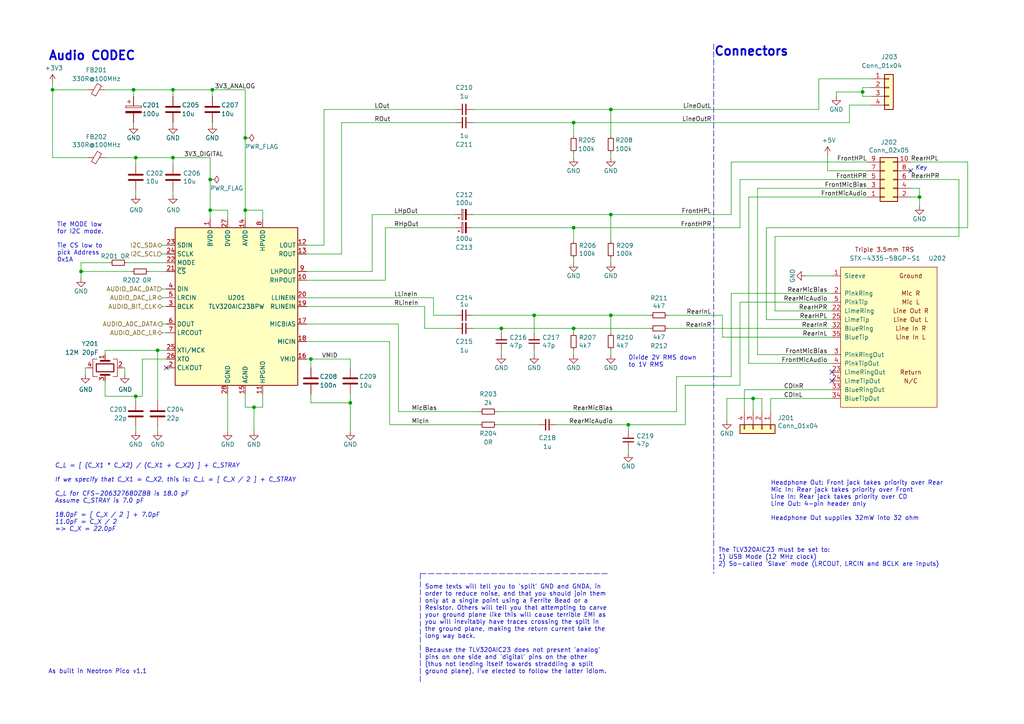
<source format=kicad_sch>
(kicad_sch (version 20211123) (generator eeschema)
  (paper "A4")
  (title_block (title "Neotron Common Hardware - Audio CODEC") (date "${date}") (rev "[Uncontrolled]") (company "https://neotron-compute.github.io/") (comment 1 "Licenced as CC BY-SA") (comment 2 "Copyright (c) The Neotron Developers, 2022"))
  (lib_symbols
    (symbol "Audio:TLV320AIC23BPW"
      (property "Reference" "U" (at 16.51 26.67 0))
      (property "Value" "TLV320AIC23BPW" (at 16.51 24.13 0))
      (symbol "TLV320AIC23BPW_1_1"
        (pin power_in line (at -7.62 25.4 270) (length 2.54) (name "BVDD") (number "1"))
        (pin passive line (at 20.32 7.62 180) (length 2.54) (name "RHPOUT") (number "10"))
        (pin power_in line (at 7.62 -25.4 90) (length 2.54) (name "HPGND") (number "11"))
        (pin passive line (at 20.32 17.78 180) (length 2.54) (name "LOUT") (number "12"))
        (pin passive line (at 20.32 15.24 180) (length 2.54) (name "ROUT") (number "13"))
        (pin power_in line (at 2.54 25.4 270) (length 2.54) (name "AVDD") (number "14"))
        (pin power_in line (at 2.54 -25.4 90) (length 2.54) (name "AGND") (number "15"))
        (pin passive line (at 20.32 -15.24 180) (length 2.54) (name "VMID") (number "16"))
        (pin passive line (at 20.32 -5.08 180) (length 2.54) (name "MICBIAS") (number "17"))
        (pin passive line (at 20.32 -10.16 180) (length 2.54) (name "MICIN") (number "18"))
        (pin passive line (at 20.32 0 180) (length 2.54) (name "RLINEIN") (number "19"))
        (pin output line (at -20.32 -17.78 0) (length 2.54) (name "CLKOUT") (number "2"))
        (pin passive line (at 20.32 2.54 180) (length 2.54) (name "LLINEIN") (number "20"))
        (pin input line (at -20.32 10.16 0) (length 2.54) (name "~{CS}") (number "21"))
        (pin input line (at -20.32 12.7 0) (length 2.54) (name "MODE") (number "22"))
        (pin input line (at -20.32 17.78 0) (length 2.54) (name "SDIN") (number "23"))
        (pin input line (at -20.32 15.24 0) (length 2.54) (name "SCLK") (number "24"))
        (pin passive line (at -20.32 -12.7 0) (length 2.54) (name "XTI/MCK") (number "25"))
        (pin passive line (at -20.32 -15.24 0) (length 2.54) (name "XTO") (number "26"))
        (pin power_in line (at -2.54 25.4 270) (length 2.54) (name "DVDD") (number "27"))
        (pin power_in line (at -2.54 -25.4 90) (length 2.54) (name "DGND") (number "28"))
        (pin bidirectional line (at -20.32 0 0) (length 2.54) (name "BCLK") (number "3"))
        (pin input line (at -20.32 5.08 0) (length 2.54) (name "DIN") (number "4"))
        (pin input line (at -20.32 2.54 0) (length 2.54) (name "LRCIN") (number "5"))
        (pin output line (at -20.32 -5.08 0) (length 2.54) (name "DOUT") (number "6"))
        (pin output line (at -20.32 -7.62 0) (length 2.54) (name "LRCOUT") (number "7"))
        (pin power_in line (at 7.62 25.4 270) (length 2.54) (name "HPVDD") (number "8"))
        (pin passive line (at 20.32 10.16 180) (length 2.54) (name "LHPOUT") (number "9"))
      )
    )
    (symbol "Connector_Generic:Conn_01x04" (pin_names (offset 1.016) hide)
      (property "Reference" "J" (at 0 5.08 0))
      (property "Value" "Conn_01x04" (at 0 -7.62 0))
      (symbol "Conn_01x04_1_1"
        (pin passive line (at -5.08 2.54 0) (length 3.81) (name "Pin_1") (number "1"))
        (pin passive line (at -5.08 0 0) (length 3.81) (name "Pin_2") (number "2"))
        (pin passive line (at -5.08 -2.54 0) (length 3.81) (name "Pin_3") (number "3"))
        (pin passive line (at -5.08 -5.08 0) (length 3.81) (name "Pin_4") (number "4"))
      )
    )
    (symbol "Connector_Generic:Conn_02x05_Odd_Even" (pin_names (offset 1.016) hide)
      (property "Reference" "J" (at 1.27 7.62 0))
      (property "Value" "Conn_02x05_Odd_Even" (at 1.27 -7.62 0))
      (symbol "Conn_02x05_Odd_Even_1_1"
        (pin passive line (at -5.08 5.08 0) (length 3.81) (name "Pin_1") (number "1"))
        (pin passive line (at 7.62 -5.08 180) (length 3.81) (name "Pin_10") (number "10"))
        (pin passive line (at 7.62 5.08 180) (length 3.81) (name "Pin_2") (number "2"))
        (pin passive line (at -5.08 2.54 0) (length 3.81) (name "Pin_3") (number "3"))
        (pin passive line (at 7.62 2.54 180) (length 3.81) (name "Pin_4") (number "4"))
        (pin passive line (at -5.08 0 0) (length 3.81) (name "Pin_5") (number "5"))
        (pin passive line (at 7.62 0 180) (length 3.81) (name "Pin_6") (number "6"))
        (pin passive line (at -5.08 -2.54 0) (length 3.81) (name "Pin_7") (number "7"))
        (pin passive line (at 7.62 -2.54 180) (length 3.81) (name "Pin_8") (number "8"))
        (pin passive line (at -5.08 -5.08 0) (length 3.81) (name "Pin_9") (number "9"))
      )
    )
    (symbol "Device:C" (pin_numbers hide) (pin_names (offset 0.254))
      (property "Reference" "C" (at 0.635 2.54 0))
      (property "Value" "C" (at 0.635 -2.54 0))
      (symbol "C_1_1"
        (pin passive line (at 0 3.81 270) (length 2.794) (name "~") (number "1"))
        (pin passive line (at 0 -3.81 90) (length 2.794) (name "~") (number "2"))
      )
    )
    (symbol "Device:C_Polarized" (pin_numbers hide) (pin_names (offset 0.254))
      (property "Reference" "C" (at 0.635 2.54 0))
      (property "Value" "C_Polarized" (at 0.635 -2.54 0))
      (symbol "C_Polarized_1_1"
        (pin passive line (at 0 3.81 270) (length 2.794) (name "~") (number "1"))
        (pin passive line (at 0 -3.81 90) (length 2.794) (name "~") (number "2"))
      )
    )
    (symbol "Device:C_Polarized_Small" (pin_numbers hide) (pin_names (offset 0.254) hide)
      (property "Reference" "C" (at 0.254 1.778 0))
      (property "Value" "C_Polarized_Small" (at 0.254 -2.032 0))
      (symbol "C_Polarized_Small_1_1"
        (pin passive line (at 0 2.54 270) (length 1.8542) (name "~") (number "1"))
        (pin passive line (at 0 -2.54 90) (length 1.8542) (name "~") (number "2"))
      )
    )
    (symbol "Device:C_Small" (pin_numbers hide) (pin_names (offset 0.254) hide)
      (property "Reference" "C" (at 0.254 1.778 0))
      (property "Value" "C_Small" (at 0.254 -2.032 0))
      (symbol "C_Small_1_1"
        (pin passive line (at 0 2.54 270) (length 2.032) (name "~") (number "1"))
        (pin passive line (at 0 -2.54 90) (length 2.032) (name "~") (number "2"))
      )
    )
    (symbol "Device:Crystal_GND24" (pin_names (offset 1.016) hide)
      (property "Reference" "Y" (at 3.175 5.08 0))
      (property "Value" "Crystal_GND24" (at 3.175 3.175 0))
      (symbol "Crystal_GND24_1_1"
        (pin passive line (at -3.81 0 0) (length 1.27) (name "1") (number "1"))
        (pin passive line (at 0 5.08 270) (length 1.27) (name "2") (number "2"))
        (pin passive line (at 3.81 0 180) (length 1.27) (name "3") (number "3"))
        (pin passive line (at 0 -5.08 90) (length 1.27) (name "4") (number "4"))
      )
    )
    (symbol "Device:FerriteBead_Small" (pin_numbers hide) (pin_names (offset 0))
      (property "Reference" "FB" (at 1.905 1.27 0))
      (property "Value" "FerriteBead_Small" (at 1.905 -1.27 0))
      (symbol "FerriteBead_Small_1_1"
        (pin passive line (at 0 2.54 270) (length 1.27) (name "~") (number "1"))
        (pin passive line (at 0 -2.54 90) (length 1.27) (name "~") (number "2"))
      )
    )
    (symbol "Device:R_Small" (pin_numbers hide) (pin_names (offset 0.254) hide)
      (property "Reference" "R" (at 0.762 0.508 0))
      (property "Value" "R_Small" (at 0.762 -1.016 0))
      (symbol "R_Small_1_1"
        (pin passive line (at 0 2.54 270) (length 0.762) (name "~") (number "1"))
        (pin passive line (at 0 -2.54 90) (length 0.762) (name "~") (number "2"))
      )
    )
    (symbol "Neotron-Common-Hardware:STX-4335-5BGP-S1" (pin_names (offset 1.016))
      (property "Reference" "U" (at 0 17.78 0))
      (property "Value" "STX-4335-5BGP-S1" (at 0 -27.94 0))
      (symbol "STX-4335-5BGP-S1_0_0"
        (text "Ground" (at 7.62 -22.86 0) (effects (font (size 1.27 1.27))))
        (text "Line In L" (at 7.62 -5.08 0) (effects (font (size 1.27 1.27))))
        (text "Line In R" (at 7.62 -7.62 0) (effects (font (size 1.27 1.27))))
        (text "Line Out L" (at 7.62 -10.16 0) (effects (font (size 1.27 1.27))))
        (text "Line Out R" (at 7.62 -12.7 0) (effects (font (size 1.27 1.27))))
        (text "Mic L" (at 7.62 -15.24 0) (effects (font (size 1.27 1.27))))
        (text "Mic R" (at 7.62 -17.78 0) (effects (font (size 1.27 1.27))))
        (text "N/C" (at 7.62 7.62 0) (effects (font (size 1.27 1.27))))
        (text "Return" (at 7.62 5.08 0) (effects (font (size 1.27 1.27))))
        (text "Triple 3.5mm TRS" (at 0 -30.48 0) (effects (font (size 1.27 1.27))))
        (pin input line (at -15.24 -22.86 0) (length 2.54) (name "Sleeve") (number "1"))
        (pin input line (at -15.24 -17.78 0) (length 2.54) (name "PinkRing") (number "2"))
        (pin input line (at -15.24 -12.7 0) (length 2.54) (name "LimeRing") (number "22"))
        (pin output line (at -15.24 5.08 0) (length 2.54) (name "LimeRingOut") (number "23"))
        (pin output line (at -15.24 7.62 0) (length 2.54) (name "LimeTipOut") (number "24"))
        (pin input line (at -15.24 -10.16 0) (length 2.54) (name "LimeTip") (number "25"))
        (pin output line (at -15.24 0 0) (length 2.54) (name "PinkRingOut") (number "3"))
        (pin input line (at -15.24 -7.62 0) (length 2.54) (name "BlueRing") (number "32"))
        (pin output line (at -15.24 10.16 0) (length 2.54) (name "BlueRingOut") (number "33"))
        (pin output line (at -15.24 12.7 0) (length 2.54) (name "BlueTipOut") (number "34"))
        (pin input line (at -15.24 -5.08 0) (length 2.54) (name "BlueTip") (number "35"))
        (pin output line (at -15.24 2.54 0) (length 2.54) (name "PinkTipOut") (number "4"))
        (pin input line (at -15.24 -15.24 0) (length 2.54) (name "PinkTip") (number "5"))
      )
    )
    (symbol "power:+3V3" (power) (pin_names (offset 0))
      (property "Value" "+3V3" (at 0 3.556 0))
      (symbol "+3V3_1_1"
        (pin power_in line (at 0 0 90) (length 0) hide (name "+3V3") (number "1"))
      )
    )
    (symbol "power:+5V" (power) (pin_names (offset 0))
      (property "Value" "+5V" (at 0 3.556 0))
      (symbol "+5V_1_1"
        (pin power_in line (at 0 0 90) (length 0) hide (name "+5V") (number "1"))
      )
    )
    (symbol "power:GND" (power) (pin_names (offset 0))
      (property "Value" "GND" (at 0 -3.81 0))
      (symbol "GND_1_1"
        (pin power_in line (at 0 0 270) (length 0) hide (name "GND") (number "1"))
      )
    )
    (symbol "power:PWR_FLAG" (power) (pin_numbers hide) (pin_names (offset 0) hide)
      (property "Value" "PWR_FLAG" (at 0 3.81 0))
      (symbol "PWR_FLAG_0_0"
        (pin power_out line (at 0 0 90) (length 0) (name "pwr") (number "1"))
      )
    )
  )
  (junction (at 177.165 31.75))
  (junction (at 266.7 57.15))
  (junction (at 60.96 60.96))
  (junction (at 177.165 91.44))
  (junction (at 218.44 115.57))
  (junction (at 182.245 123.19))
  (junction (at 166.37 66.04))
  (junction (at 250.19 26.67))
  (junction (at 154.94 91.44))
  (junction (at 39.37 114.935))
  (junction (at 50.165 45.72))
  (junction (at 90.17 104.14))
  (junction (at 15.24 26.035))
  (junction (at 177.165 62.23))
  (junction (at 45.72 101.6))
  (junction (at 60.96 52.07))
  (junction (at 71.12 60.96))
  (junction (at 73.66 118.11))
  (junction (at 50.165 26.035))
  (junction (at 39.37 45.72))
  (junction (at 38.735 26.035))
  (junction (at 71.12 40.005))
  (junction (at 166.37 95.25))
  (junction (at 23.495 78.74))
  (junction (at 166.37 35.56))
  (junction (at 61.595 26.035))
  (junction (at 101.6 116.84))
  (junction (at 145.415 95.25))
  (no_connect (at 264.16 49.53))
  (no_connect (at 241.3 107.95))
  (no_connect (at 241.3 110.49))
  (no_connect (at 48.26 106.68))
  (wire (pts (xy 240.03 49.53) (xy 240.03 45.085)))
  (wire (pts (xy 71.12 40.005) (xy 71.12 60.96)))
  (wire (pts (xy 220.98 115.57) (xy 220.98 119.38)))
  (wire (pts (xy 144.145 123.19) (xy 156.21 123.19)))
  (wire (pts (xy 222.25 66.04) (xy 222.25 92.71)))
  (wire (pts (xy 61.595 26.035) (xy 71.12 26.035)))
  (wire (pts (xy 217.17 57.15) (xy 251.46 57.15)))
  (wire (pts (xy 219.71 102.87) (xy 241.3 102.87)))
  (wire (pts (xy 48.26 86.36) (xy 46.99 86.36)))
  (wire (pts (xy 145.415 95.25) (xy 166.37 95.25)))
  (wire (pts (xy 222.25 66.04) (xy 280.67 66.04)))
  (wire (pts (xy 76.2 118.11) (xy 76.2 114.3)))
  (wire (pts (xy 60.96 60.96) (xy 66.04 60.96)))
  (wire (pts (xy 217.17 105.41) (xy 241.3 105.41)))
  (wire (pts (xy 66.04 114.3) (xy 66.04 125.095)))
  (wire (pts (xy 38.735 36.195) (xy 38.735 35.56)))
  (wire (pts (xy 60.96 63.5) (xy 60.96 60.96)))
  (wire (pts (xy 250.19 27.94) (xy 250.19 26.67)))
  (wire (pts (xy 39.37 56.515) (xy 39.37 55.245)))
  (wire (pts (xy 177.165 62.23) (xy 177.165 69.85)))
  (wire (pts (xy 111.76 66.04) (xy 132.08 66.04)))
  (wire (pts (xy 214.63 111.76) (xy 198.755 111.76)))
  (wire (pts (xy 39.37 123.825) (xy 39.37 125.095)))
  (wire (pts (xy 219.71 54.61) (xy 251.46 54.61)))
  (wire (pts (xy 212.09 85.09) (xy 212.09 109.22)))
  (wire (pts (xy 123.19 95.25) (xy 132.08 95.25)))
  (wire (pts (xy 30.48 110.49) (xy 30.48 114.935)))
  (wire (pts (xy 139.065 119.38) (xy 115.57 119.38)))
  (wire (pts (xy 15.24 26.035) (xy 25.4 26.035)))
  (wire (pts (xy 38.735 26.035) (xy 50.165 26.035)))
  (wire (pts (xy 210.82 115.57) (xy 210.82 121.92)))
  (wire (pts (xy 166.37 35.56) (xy 246.38 35.56)))
  (wire (pts (xy 233.68 80.01) (xy 241.3 80.01)))
  (wire (pts (xy 214.63 87.63) (xy 241.3 87.63)))
  (wire (pts (xy 224.79 90.17) (xy 224.79 68.58)))
  (wire (pts (xy 101.6 125.095) (xy 101.6 116.84)))
  (wire (pts (xy 60.96 52.07) (xy 60.96 45.72)))
  (wire (pts (xy 30.48 101.6) (xy 30.48 102.87)))
  (wire (pts (xy 182.245 130.175) (xy 182.245 131.445)))
  (wire (pts (xy 145.415 101.6) (xy 145.415 102.87)))
  (wire (pts (xy 15.24 24.13) (xy 15.24 26.035)))
  (wire (pts (xy 71.12 118.11) (xy 71.12 114.3)))
  (wire (pts (xy 36.83 76.2) (xy 48.26 76.2)))
  (wire (pts (xy 61.595 35.56) (xy 61.595 36.195)))
  (wire (pts (xy 113.03 123.19) (xy 139.065 123.19)))
  (wire (pts (xy 209.55 97.79) (xy 241.3 97.79)))
  (wire (pts (xy 24.765 108.585) (xy 24.765 106.68)))
  (wire (pts (xy 88.9 81.28) (xy 111.76 81.28)))
  (wire (pts (xy 39.37 114.935) (xy 41.275 114.935)))
  (wire (pts (xy 137.16 66.04) (xy 166.37 66.04)))
  (wire (pts (xy 278.13 52.07) (xy 278.13 68.58)))
  (wire (pts (xy 241.3 113.03) (xy 215.9 113.03)))
  (wire (pts (xy 154.94 91.44) (xy 154.94 96.52)))
  (wire (pts (xy 193.675 91.44) (xy 209.55 91.44)))
  (wire (pts (xy 41.275 114.935) (xy 41.275 104.14)))
  (wire (pts (xy 61.595 26.035) (xy 61.595 27.94)))
  (wire (pts (xy 242.57 26.67) (xy 250.19 26.67)))
  (wire (pts (xy 241.3 85.09) (xy 212.09 85.09)))
  (wire (pts (xy 15.24 45.72) (xy 25.4 45.72)))
  (wire (pts (xy 218.44 119.38) (xy 218.44 115.57)))
  (wire (pts (xy 73.66 118.11) (xy 76.2 118.11)))
  (wire (pts (xy 88.9 88.9) (xy 123.19 88.9)))
  (wire (pts (xy 30.48 114.935) (xy 39.37 114.935)))
  (wire (pts (xy 50.165 27.94) (xy 50.165 26.035)))
  (wire (pts (xy 219.71 54.61) (xy 219.71 102.87)))
  (wire (pts (xy 177.165 44.45) (xy 177.165 45.72)))
  (wire (pts (xy 88.9 71.12) (xy 93.98 71.12)))
  (wire (pts (xy 166.37 39.37) (xy 166.37 35.56)))
  (wire (pts (xy 24.765 106.68) (xy 25.4 106.68)))
  (wire (pts (xy 246.38 35.56) (xy 246.38 30.48)))
  (wire (pts (xy 214.63 52.07) (xy 251.46 52.07)))
  (wire (pts (xy 264.16 46.99) (xy 280.67 46.99)))
  (wire (pts (xy 137.16 35.56) (xy 166.37 35.56)))
  (wire (pts (xy 66.04 60.96) (xy 66.04 63.5)))
  (wire (pts (xy 99.06 35.56) (xy 99.06 73.66)))
  (wire (pts (xy 90.17 104.14) (xy 90.17 106.68)))
  (wire (pts (xy 15.24 26.035) (xy 15.24 45.72)))
  (wire (pts (xy 76.2 60.96) (xy 76.2 63.5)))
  (wire (pts (xy 177.165 31.75) (xy 177.165 39.37)))
  (wire (pts (xy 50.165 45.72) (xy 50.165 47.625)))
  (wire (pts (xy 90.17 104.14) (xy 88.9 104.14)))
  (wire (pts (xy 50.165 26.035) (xy 61.595 26.035)))
  (wire (pts (xy 280.67 46.99) (xy 280.67 66.04)))
  (wire (pts (xy 46.99 71.12) (xy 48.26 71.12)))
  (wire (pts (xy 182.245 123.19) (xy 182.245 125.095)))
  (wire (pts (xy 93.98 31.75) (xy 93.98 71.12)))
  (wire (pts (xy 177.165 91.44) (xy 188.595 91.44)))
  (polyline (pts (xy 121.92 166.37) (xy 176.53 166.37)))
  (wire (pts (xy 137.16 95.25) (xy 145.415 95.25)))
  (wire (pts (xy 132.08 35.56) (xy 99.06 35.56)))
  (wire (pts (xy 115.57 93.98) (xy 115.57 119.38)))
  (wire (pts (xy 73.66 125.095) (xy 73.66 118.11)))
  (wire (pts (xy 193.675 95.25) (xy 241.3 95.25)))
  (wire (pts (xy 60.96 60.96) (xy 60.96 52.07)))
  (wire (pts (xy 224.79 68.58) (xy 278.13 68.58)))
  (wire (pts (xy 144.145 119.38) (xy 196.215 119.38)))
  (wire (pts (xy 166.37 95.25) (xy 188.595 95.25)))
  (wire (pts (xy 252.73 25.4) (xy 250.19 25.4)))
  (wire (pts (xy 166.37 66.04) (xy 214.63 66.04)))
  (wire (pts (xy 223.52 115.57) (xy 241.3 115.57)))
  (wire (pts (xy 215.9 113.03) (xy 215.9 119.38)))
  (wire (pts (xy 88.9 73.66) (xy 99.06 73.66)))
  (wire (pts (xy 266.7 57.15) (xy 266.7 54.61)))
  (wire (pts (xy 246.38 30.48) (xy 252.73 30.48)))
  (wire (pts (xy 38.735 26.035) (xy 38.735 27.94)))
  (wire (pts (xy 252.73 27.94) (xy 250.19 27.94)))
  (wire (pts (xy 23.495 78.74) (xy 38.1 78.74)))
  (wire (pts (xy 39.37 47.625) (xy 39.37 45.72)))
  (wire (pts (xy 90.17 104.14) (xy 101.6 104.14)))
  (wire (pts (xy 137.16 62.23) (xy 177.165 62.23)))
  (wire (pts (xy 88.9 78.74) (xy 107.95 78.74)))
  (wire (pts (xy 212.09 62.23) (xy 212.09 46.99)))
  (wire (pts (xy 101.6 104.14) (xy 101.6 106.68)))
  (wire (pts (xy 23.495 78.74) (xy 23.495 80.645)))
  (wire (pts (xy 46.99 73.66) (xy 48.26 73.66)))
  (wire (pts (xy 132.08 31.75) (xy 93.98 31.75)))
  (wire (pts (xy 177.165 31.75) (xy 237.49 31.75)))
  (wire (pts (xy 123.19 95.25) (xy 123.19 88.9)))
  (wire (pts (xy 240.03 49.53) (xy 251.46 49.53)))
  (wire (pts (xy 39.37 114.935) (xy 39.37 116.205)))
  (wire (pts (xy 161.29 123.19) (xy 182.245 123.19)))
  (wire (pts (xy 23.495 76.2) (xy 23.495 78.74)))
  (wire (pts (xy 113.03 99.06) (xy 113.03 123.19)))
  (wire (pts (xy 23.495 76.2) (xy 31.75 76.2)))
  (wire (pts (xy 212.09 46.99) (xy 251.46 46.99)))
  (wire (pts (xy 264.16 52.07) (xy 278.13 52.07)))
  (wire (pts (xy 88.9 86.36) (xy 125.73 86.36)))
  (wire (pts (xy 166.37 44.45) (xy 166.37 45.72)))
  (wire (pts (xy 101.6 114.3) (xy 101.6 116.84)))
  (wire (pts (xy 48.26 83.82) (xy 46.99 83.82)))
  (wire (pts (xy 43.18 78.74) (xy 48.26 78.74)))
  (wire (pts (xy 48.26 101.6) (xy 45.72 101.6)))
  (wire (pts (xy 88.9 93.98) (xy 115.57 93.98)))
  (wire (pts (xy 264.16 54.61) (xy 266.7 54.61)))
  (wire (pts (xy 166.37 96.52) (xy 166.37 95.25)))
  (wire (pts (xy 48.26 88.9) (xy 46.99 88.9)))
  (wire (pts (xy 107.95 62.23) (xy 132.08 62.23)))
  (wire (pts (xy 39.37 45.72) (xy 50.165 45.72)))
  (wire (pts (xy 125.73 86.36) (xy 125.73 91.44)))
  (wire (pts (xy 198.755 111.76) (xy 198.755 123.19)))
  (wire (pts (xy 242.57 26.67) (xy 242.57 27.94)))
  (wire (pts (xy 214.63 87.63) (xy 214.63 111.76)))
  (wire (pts (xy 209.55 97.79) (xy 209.55 91.44)))
  (wire (pts (xy 30.48 26.035) (xy 38.735 26.035)))
  (wire (pts (xy 237.49 22.86) (xy 237.49 31.75)))
  (wire (pts (xy 266.7 59.69) (xy 266.7 57.15)))
  (wire (pts (xy 111.76 66.04) (xy 111.76 81.28)))
  (wire (pts (xy 224.79 90.17) (xy 241.3 90.17)))
  (wire (pts (xy 223.52 119.38) (xy 223.52 115.57)))
  (wire (pts (xy 218.44 115.57) (xy 220.98 115.57)))
  (wire (pts (xy 212.09 109.22) (xy 196.215 109.22)))
  (wire (pts (xy 166.37 101.6) (xy 166.37 102.87)))
  (polyline (pts (xy 207.01 12.7) (xy 207.01 166.37)))
  (wire (pts (xy 196.215 109.22) (xy 196.215 119.38)))
  (wire (pts (xy 214.63 52.07) (xy 214.63 66.04)))
  (wire (pts (xy 132.08 91.44) (xy 125.73 91.44)))
  (wire (pts (xy 154.94 91.44) (xy 177.165 91.44)))
  (wire (pts (xy 177.165 96.52) (xy 177.165 91.44)))
  (wire (pts (xy 101.6 116.84) (xy 90.17 116.84)))
  (wire (pts (xy 36.195 106.68) (xy 36.195 108.585)))
  (wire (pts (xy 48.26 96.52) (xy 46.99 96.52)))
  (wire (pts (xy 107.95 62.23) (xy 107.95 78.74)))
  (wire (pts (xy 218.44 115.57) (xy 210.82 115.57)))
  (wire (pts (xy 222.25 92.71) (xy 241.3 92.71)))
  (wire (pts (xy 217.17 105.41) (xy 217.17 57.15)))
  (wire (pts (xy 50.165 45.72) (xy 60.96 45.72)))
  (wire (pts (xy 71.12 60.96) (xy 71.12 63.5)))
  (wire (pts (xy 30.48 45.72) (xy 39.37 45.72)))
  (wire (pts (xy 166.37 69.85) (xy 166.37 66.04)))
  (wire (pts (xy 177.165 74.93) (xy 177.165 76.2)))
  (wire (pts (xy 177.165 62.23) (xy 212.09 62.23)))
  (wire (pts (xy 237.49 22.86) (xy 252.73 22.86)))
  (wire (pts (xy 45.72 123.825) (xy 45.72 125.095)))
  (wire (pts (xy 71.12 26.035) (xy 71.12 40.005)))
  (wire (pts (xy 264.16 57.15) (xy 266.7 57.15)))
  (wire (pts (xy 137.16 31.75) (xy 177.165 31.75)))
  (wire (pts (xy 88.9 99.06) (xy 113.03 99.06)))
  (wire (pts (xy 177.165 101.6) (xy 177.165 102.87)))
  (wire (pts (xy 166.37 74.93) (xy 166.37 76.2)))
  (wire (pts (xy 50.165 55.245) (xy 50.165 56.515)))
  (wire (pts (xy 71.12 60.96) (xy 76.2 60.96)))
  (wire (pts (xy 45.72 101.6) (xy 30.48 101.6)))
  (wire (pts (xy 250.19 26.67) (xy 250.19 25.4)))
  (wire (pts (xy 50.165 35.56) (xy 50.165 36.195)))
  (wire (pts (xy 154.94 101.6) (xy 154.94 102.87)))
  (wire (pts (xy 45.72 101.6) (xy 45.72 116.205)))
  (wire (pts (xy 182.245 123.19) (xy 198.755 123.19)))
  (wire (pts (xy 90.17 116.84) (xy 90.17 114.3)))
  (wire (pts (xy 35.56 106.68) (xy 36.195 106.68)))
  (wire (pts (xy 145.415 95.25) (xy 145.415 96.52)))
  (wire (pts (xy 71.12 118.11) (xy 73.66 118.11)))
  (wire (pts (xy 137.16 91.44) (xy 154.94 91.44)))
  (wire (pts (xy 41.275 104.14) (xy 48.26 104.14)))
  (polyline (pts (xy 121.92 166.37) (xy 121.92 198.12)))
  (wire (pts (xy 46.99 93.98) (xy 48.26 93.98)))
  (text "Connectors" (at 207.01 16.51 0) (effects (font (size 2.54 2.54) (thickness 0.508) bold) (justify left bottom)))
  (text "Divide 2V RMS down\nto 1V RMS" (at 182.245 106.68 0) (effects (font (size 1.27 1.27)) (justify left bottom)))
  (text "The TLV320AIC23 must be set to:\n1) USB Mode (12 MHz clock)\n2) So-called 'Slave' mode (LRCOUT, LRCIN and BCLK are inputs)" (at 208.28 164.465 0) (effects (font (size 1.27 1.27)) (justify left bottom)))
  (text "Headphone Out: Front jack takes priority over Rear\nMic In: Rear jack takes priority over Front\nLine In: Rear jack takes priority over CD\nLine Out: 4-pin header only\n\nHeadphone Out supplies 32mW into 32 ohm" (at 223.52 151.13 0) (effects (font (size 1.27 1.27)) (justify left bottom)))
  (text "Key" (at 265.43 49.53 0) (effects (font (size 1.27 1.27) italic) (justify left bottom)))
  (text "C_L = [ (C_X1 * C_X2) / (C_X1 + C_X2) ] + C_STRAY\n\nIf we specify that C_X1 = C_X2, this is: C_L = [ C_X / 2 ] + C_STRAY\n\nC_L for CFS-20632768DZBB is 18.0 pF\nAssume C_STRAY is 7.0 pF \n\n18.0pF = [ C_X / 2 ] + 7.0pF\n11.0pF = C_X / 2\n=> C_X = 22.0pF" (at 15.875 154.305 0) (effects (font (size 1.27 1.27) italic) (justify left bottom)))
  (text "Audio CODEC" (at 13.97 17.78 0) (effects (font (size 2.54 2.54) (thickness 0.508) bold) (justify left bottom)))
  (text "Tie MODE low\nfor I2C mode.\n\nTie CS low to\npick Address\n0x1A" (at 16.51 76.2 0) (effects (font (size 1.27 1.27)) (justify left bottom)))
  (text "Some texts will tell you to 'split' GND and GNDA, in\norder to reduce noise, and that you should join them\nonly at a single point using a Ferrite Bead or a\nResistor. Others will tell you that attempting to carve\nyour ground plane like this will cause terrible EMI as\nyou will inevitably have traces crossing the split in\nthe ground plane, making the return current take the\nlong way back.\n\nBecause the TLV320AIC23 does not present 'analog'\npins on one side and 'digital' pins on the other\n(thus not lending itself towards straddling a split\nground plane), I've elected to follow the latter idiom." (at 123.19 195.58 0) (effects (font (size 1.27 1.27)) (justify left bottom)))
  (text "As built in Neotron Pico v1.1" (at 13.97 195.58 0) (effects (font (size 1.27 1.27)) (justify left bottom)))
  (label "RearHPL" (at 240.03 92.71 180))
  (label "LineOutR" (at 206.375 35.56 180))
  (label "FrontMicBias" (at 251.46 54.61 180))
  (label "FrontHPR" (at 251.46 52.07 180))
  (label "RearMicAudio" (at 240.03 87.63 180))
  (label "FrontMicBias" (at 240.03 102.87 180))
  (label "CDInR" (at 227.33 113.03 0))
  (label "FrontMicAudio" (at 240.03 105.41 180))
  (label "LLineIn" (at 114.3 86.36 0))
  (label "3V3_DIGITAL" (at 53.34 45.72 0))
  (label "3V3_ANALOG" (at 62.23 26.035 0))
  (label "RHpOut" (at 114.3 66.04 0))
  (label "FrontHPR" (at 206.375 66.04 180))
  (label "RearInL" (at 240.03 97.79 180))
  (label "RearHPR" (at 264.16 52.07 0))
  (label "FrontHPL" (at 251.46 46.99 180))
  (label "RearMicBias" (at 177.8 119.38 180))
  (label "MicBias" (at 119.38 119.38 0))
  (label "ROut" (at 108.585 35.56 0))
  (label "FrontMicAudio" (at 251.46 57.15 180))
  (label "VMID" (at 93.345 104.14 0))
  (label "RearInR" (at 206.375 95.25 180))
  (label "LHpOut" (at 114.3 62.23 0))
  (label "CDInL" (at 227.33 115.57 0))
  (label "LineOutL" (at 206.375 31.75 180))
  (label "RearHPR" (at 240.03 90.17 180))
  (label "FrontHPL" (at 206.375 62.23 180))
  (label "RLineIn" (at 114.3 88.9 0))
  (label "MicIn" (at 119.38 123.19 0))
  (label "RearInL" (at 206.375 91.44 180))
  (label "RearInR" (at 240.03 95.25 180))
  (label "RearMicBias" (at 240.03 85.09 180))
  (label "RearHPL" (at 264.16 46.99 0))
  (label "RearMicAudio" (at 177.8 123.19 180))
  (label "LOut" (at 108.585 31.75 0))
  (hierarchical_label "I2C_SDA" (shape bidirectional) (at 46.99 71.12 180))
  (hierarchical_label "AUDIO_DAC_DAT" (shape input) (at 46.99 83.82 180))
  (hierarchical_label "AUDIO_DAC_LR" (shape bidirectional) (at 46.99 86.36 180))
  (hierarchical_label "AUDIO_ADC_DATA" (shape output) (at 46.99 93.98 180))
  (hierarchical_label "AUDIO_ADC_LR" (shape bidirectional) (at 46.99 96.52 180))
  (hierarchical_label "AUDIO_BIT_CLK" (shape bidirectional) (at 46.99 88.9 180))
  (hierarchical_label "I2C_SCL" (shape input) (at 46.99 73.66 180))
  (symbol (lib_id "Audio:TLV320AIC23BPW") (at 68.58 88.9 0) (unit 1)
    (property "Reference" "U201" (at 68.58 86.36 0))
    (property "Value" "TLV320AIC23BPW" (at 68.58 88.9 0))
    (property "Footprint" "Package_SO:TSSOP-28_4.4x9.7mm_P0.65mm" (effects hide))
    (property "Datasheet" "http://www.ti.com/cn/lit/gpn/tlv320aic23b" (effects hide))
    (property "DNP" "0" (effects hide))
    (property "MPN" "TLV320AIC23BPW" (effects hide))
    (property "Manufacturer" "Texas Instruments" (effects hide))
    (property "LCSC Part#" "C9915" (effects hide))
    (property "JLCPCB Collection" "Extended" (effects hide))
  )
  (symbol (lib_id "Device:C") (at 61.595 31.75 0) (unit 1)
    (property "Reference" "C207" (at 64.135 30.48 0) (effects (justify left)))
    (property "Value" "10u" (at 64.135 33.02 0) (effects (justify left)))
    (property "Footprint" "Capacitor_SMD:C_0805_2012Metric_Pad1.18x1.45mm_HandSolder" (effects hide))
    (property "DNP" "0" (effects hide))
    (property "Manufacturer" "Samsung" (effects hide))
    (property "MPN" "CL21A106KAYNNNE" (effects hide))
    (property "LCSC Part#" "C15850" (effects hide))
    (property "Tolerance" "X5R" (effects hide))
    (property "Voltage" "25V" (effects hide))
    (property "JLCPCB Collection" "Basic" (effects hide))
  )
  (symbol (lib_id "Device:C") (at 50.165 31.75 0) (unit 1)
    (property "Reference" "C205" (at 52.705 30.48 0) (effects (justify left)))
    (property "Value" "10u" (at 52.705 33.02 0) (effects (justify left)))
    (property "Footprint" "Capacitor_SMD:C_0805_2012Metric_Pad1.18x1.45mm_HandSolder" (effects hide))
    (property "DNP" "0" (effects hide))
    (property "Manufacturer" "Samsung" (effects hide))
    (property "MPN" "CL21A106KAYNNNE" (effects hide))
    (property "LCSC Part#" "C15850" (effects hide))
    (property "Tolerance" "X5R" (effects hide))
    (property "Voltage" "25V" (effects hide))
    (property "JLCPCB Collection" "Basic" (effects hide))
  )
  (symbol (lib_id "Neotron-Common-Hardware:STX-4335-5BGP-S1") (at 256.54 102.87 0) (mirror x) (unit 1)
    (property "Reference" "U202" (at 269.24 74.93 0) (effects (justify left)))
    (property "Value" "STX-4335-5BGP-S1" (at 246.38 74.93 0) (effects (justify left)))
    (property "Footprint" "Neotron-Common-Hardware:STX-4335-5BGP-S1" (effects hide))
    (property "Datasheet" "http://www.kycon.com/Pub_Eng_Draw/STX-4335-5BGP-S1.pdf" (effects hide))
    (property "DNP" "0" (effects hide))
    (property "Digikey" "2092-STX-4335-5BGP-S1-ND" (effects hide))
    (property "MPN" "STX-4335-5BGP-S1" (effects hide))
    (property "Manufacturer" "Kycon" (effects hide))
    (property "Mouser" "806-STX-43355BGPS1" (effects hide))
  )
  (symbol (lib_id "Connector_Generic:Conn_02x05_Odd_Even") (at 256.54 52.07 0) (mirror x) (unit 1)
    (property "Reference" "J202" (at 257.81 41.275 0))
    (property "Value" "Conn_02x05" (at 257.81 43.5864 0))
    (property "Footprint" "Connector_PinHeader_2.54mm:PinHeader_2x05_P2.54mm_Vertical" (effects hide))
    (property "DNP" "0" (effects hide))
  )
  (symbol (lib_id "Device:C") (at 39.37 51.435 0) (unit 1)
    (property "Reference" "C202" (at 42.291 50.2666 0) (effects (justify left)))
    (property "Value" "10u" (at 42.291 52.578 0) (effects (justify left)))
    (property "Footprint" "Capacitor_SMD:C_0805_2012Metric_Pad1.18x1.45mm_HandSolder" (effects hide))
    (property "DNP" "0" (effects hide))
    (property "Manufacturer" "Samsung" (effects hide))
    (property "MPN" "CL21A106KAYNNNE" (effects hide))
    (property "LCSC Part#" "C15850" (effects hide))
    (property "Tolerance" "X5R" (effects hide))
    (property "Voltage" "25V" (effects hide))
    (property "JLCPCB Collection" "Basic" (effects hide))
  )
  (symbol (lib_id "power:GND") (at 39.37 56.515 0) (unit 1)
    (property "Reference" "#PWR0206" (effects hide))
    (property "Value" "GND" (at 39.497 60.9092 0))
  )
  (symbol (lib_id "power:GND") (at 101.6 125.095 0) (unit 1)
    (property "Reference" "#PWR0214" (effects hide))
    (property "Value" "GND" (at 101.6 128.905 0))
  )
  (symbol (lib_id "Connector_Generic:Conn_01x04") (at 220.98 124.46 270) (unit 1)
    (property "Reference" "J201" (at 225.552 121.2088 90) (effects (justify left)))
    (property "Value" "Conn_01x04" (at 225.552 123.5202 90) (effects (justify left)))
    (property "Footprint" "Connector_PinHeader_2.54mm:PinHeader_1x04_P2.54mm_Vertical" (effects hide))
    (property "DNP" "0" (effects hide))
  )
  (symbol (lib_id "Connector_Generic:Conn_01x04") (at 257.81 25.4 0) (unit 1)
    (property "Reference" "J203" (at 260.35 16.51 0) (effects (justify right)))
    (property "Value" "Conn_01x04" (at 261.62 19.05 0) (effects (justify right)))
    (property "Footprint" "Connector_PinHeader_2.54mm:PinHeader_1x04_P2.54mm_Vertical" (effects hide))
    (property "DNP" "0" (effects hide))
  )
  (symbol (lib_id "power:GND") (at 73.66 125.095 0) (unit 1)
    (property "Reference" "#PWR0213" (effects hide))
    (property "Value" "GND" (at 73.66 128.905 0))
  )
  (symbol (lib_id "power:GND") (at 210.82 121.92 0) (unit 1)
    (property "Reference" "#PWR0224" (effects hide))
    (property "Value" "GND" (at 210.82 125.73 0))
  )
  (symbol (lib_id "power:GND") (at 266.7 59.69 0) (unit 1)
    (property "Reference" "#PWR0228" (effects hide))
    (property "Value" "GND" (at 266.7 63.5 0))
  )
  (symbol (lib_id "power:GND") (at 242.57 27.94 0) (mirror y) (unit 1)
    (property "Reference" "#PWR0227" (effects hide))
    (property "Value" "GND" (at 242.57 31.75 0))
  )
  (symbol (lib_id "power:GND") (at 50.165 36.195 0) (unit 1)
    (property "Reference" "#PWR0209" (effects hide))
    (property "Value" "GND" (at 50.165 40.005 0))
  )
  (symbol (lib_id "power:GND") (at 38.735 36.195 0) (unit 1)
    (property "Reference" "#PWR0205" (effects hide))
    (property "Value" "GND" (at 38.735 40.005 0))
  )
  (symbol (lib_id "power:GND") (at 23.495 80.645 0) (unit 1)
    (property "Reference" "#PWR0202" (effects hide))
    (property "Value" "GND" (at 23.495 84.455 0))
  )
  (symbol (lib_id "Device:C") (at 101.6 110.49 0) (unit 1)
    (property "Reference" "C209" (at 104.14 109.22 0) (effects (justify left)))
    (property "Value" "10u" (at 104.14 111.76 0) (effects (justify left)))
    (property "Footprint" "Capacitor_SMD:C_0805_2012Metric_Pad1.18x1.45mm_HandSolder" (effects hide))
    (property "DNP" "0" (effects hide))
    (property "Manufacturer" "Samsung" (effects hide))
    (property "MPN" "CL21A106KAYNNNE" (effects hide))
    (property "LCSC Part#" "C15850" (effects hide))
    (property "Tolerance" "X5R" (effects hide))
    (property "Voltage" "25V" (effects hide))
    (property "JLCPCB Collection" "Basic" (effects hide))
  )
  (symbol (lib_id "Device:C") (at 90.17 110.49 0) (unit 1)
    (property "Reference" "C208" (at 92.71 109.22 0) (effects (justify left)))
    (property "Value" "100n" (at 92.71 111.76 0) (effects (justify left)))
    (property "Footprint" "Capacitor_SMD:C_0805_2012Metric_Pad1.18x1.45mm_HandSolder" (effects hide))
    (property "DNP" "0" (effects hide))
    (property "Manufacturer" "Yageo" (effects hide))
    (property "MPN" "CC0805KRX7R9BB104" (effects hide))
    (property "LCSC Part#" "C49678" (effects hide))
    (property "Tolerance" "X7R" (effects hide))
    (property "Voltage" "50V" (effects hide))
    (property "JLCPCB Collection" "Basic" (effects hide))
  )
  (symbol (lib_id "power:GND") (at 66.04 125.095 0) (unit 1)
    (property "Reference" "#PWR0212" (effects hide))
    (property "Value" "GND" (at 66.04 128.905 0))
  )
  (symbol (lib_id "Device:Crystal_GND24") (at 30.48 106.68 270) (unit 1)
    (property "Reference" "Y201" (at 28.575 99.695 90) (effects (justify right)))
    (property "Value" "12M 20pF" (at 28.575 102.235 90) (effects (justify right)))
    (property "Footprint" "Crystal:Crystal_SMD_3225-4Pin_3.2x2.5mm_HandSoldering" (effects hide))
    (property "Datasheet" "https://datasheet.lcsc.com/lcsc/2103291203_Yangxing-Tech-X322512MSB4SI_C9002.pdf" (effects hide))
    (property "DNP" "0" (effects hide))
    (property "Manufacturer" "Yangxing Tech" (effects hide))
    (property "MPN" "X322512MSB4SI" (effects hide))
    (property "LCSC Part#" "C9002" (effects hide))
    (property "JLCPCB Collection" "Basic" (effects hide))
  )
  (symbol (lib_id "Device:C") (at 39.37 120.015 0) (mirror x) (unit 1)
    (property "Reference" "C203" (at 36.83 118.745 0) (effects (justify right)))
    (property "Value" "22p" (at 36.83 121.285 0) (effects (justify right)))
    (property "Footprint" "Capacitor_SMD:C_0805_2012Metric_Pad1.18x1.45mm_HandSolder" (effects hide))
    (property "DNP" "0" (effects hide))
    (property "MPN" "CL21C220JBANNNC" (effects hide))
    (property "Manufacturer" "Samsung" (effects hide))
    (property "LCSC Part#" "C1804" (effects hide))
    (property "Voltage" "50V" (effects hide))
    (property "Tolerance" "C0G" (effects hide))
    (property "JLCPCB Collection" "Basic" (effects hide))
  )
  (symbol (lib_id "Device:C") (at 45.72 120.015 0) (unit 1)
    (property "Reference" "C204" (at 48.26 118.745 0) (effects (justify left)))
    (property "Value" "22p" (at 48.26 121.285 0) (effects (justify left)))
    (property "Footprint" "Capacitor_SMD:C_0805_2012Metric_Pad1.18x1.45mm_HandSolder" (effects hide))
    (property "DNP" "0" (effects hide))
    (property "MPN" "CL21C220JBANNNC" (effects hide))
    (property "Manufacturer" "Samsung" (effects hide))
    (property "LCSC Part#" "C1804" (effects hide))
    (property "Voltage" "50V" (effects hide))
    (property "Tolerance" "C0G" (effects hide))
    (property "JLCPCB Collection" "Basic" (effects hide))
  )
  (symbol (lib_id "Device:R_Small") (at 166.37 41.91 0) (mirror y) (unit 1)
    (property "Reference" "R205" (at 167.64 40.64 0) (effects (justify right)))
    (property "Value" "100k" (at 167.64 43.18 0) (effects (justify right)))
    (property "Footprint" "Resistor_SMD:R_0805_2012Metric_Pad1.20x1.40mm_HandSolder" (effects hide))
    (property "DNP" "0" (effects hide))
    (property "MPN" "0805W8F1003T5E" (effects hide))
    (property "Manufacturer" "Uniroyal" (effects hide))
    (property "LCSC Part#" "C149504" (effects hide))
    (property "Tolerance" "1%" (effects hide))
    (property "JLCPCB Collection" "Basic" (effects hide))
  )
  (symbol (lib_id "Device:R_Small") (at 177.165 41.91 180) (unit 1)
    (property "Reference" "R208" (at 178.435 40.64 0) (effects (justify right)))
    (property "Value" "100k" (at 178.435 43.18 0) (effects (justify right)))
    (property "Footprint" "Resistor_SMD:R_0805_2012Metric_Pad1.20x1.40mm_HandSolder" (effects hide))
    (property "DNP" "0" (effects hide))
    (property "MPN" "0805W8F1003T5E" (effects hide))
    (property "Manufacturer" "Uniroyal" (effects hide))
    (property "LCSC Part#" "C149504" (effects hide))
    (property "Tolerance" "1%" (effects hide))
    (property "JLCPCB Collection" "Basic" (effects hide))
  )
  (symbol (lib_id "power:GND") (at 166.37 45.72 0) (unit 1)
    (property "Reference" "#PWR0217" (effects hide))
    (property "Value" "GND" (at 166.37 49.53 0))
  )
  (symbol (lib_id "power:GND") (at 177.165 45.72 0) (unit 1)
    (property "Reference" "#PWR0220" (effects hide))
    (property "Value" "GND" (at 177.165 49.53 0))
  )
  (symbol (lib_id "Device:R_Small") (at 166.37 72.39 0) (mirror y) (unit 1)
    (property "Reference" "R206" (at 167.8686 71.2216 0) (effects (justify right)))
    (property "Value" "100k" (at 167.8686 73.533 0) (effects (justify right)))
    (property "Footprint" "Resistor_SMD:R_0805_2012Metric_Pad1.20x1.40mm_HandSolder" (effects hide))
    (property "DNP" "0" (effects hide))
    (property "MPN" "0805W8F1003T5E" (effects hide))
    (property "Manufacturer" "Uniroyal" (effects hide))
    (property "LCSC Part#" "C149504" (effects hide))
    (property "Tolerance" "1%" (effects hide))
    (property "JLCPCB Collection" "Basic" (effects hide))
  )
  (symbol (lib_id "Device:R_Small") (at 177.165 72.39 180) (unit 1)
    (property "Reference" "R209" (at 178.6636 71.2216 0) (effects (justify right)))
    (property "Value" "100k" (at 178.6636 73.533 0) (effects (justify right)))
    (property "Footprint" "Resistor_SMD:R_0805_2012Metric_Pad1.20x1.40mm_HandSolder" (effects hide))
    (property "DNP" "0" (effects hide))
    (property "MPN" "0805W8F1003T5E" (effects hide))
    (property "Manufacturer" "Uniroyal" (effects hide))
    (property "LCSC Part#" "C149504" (effects hide))
    (property "Tolerance" "1%" (effects hide))
    (property "JLCPCB Collection" "Basic" (effects hide))
  )
  (symbol (lib_id "power:GND") (at 166.37 76.2 0) (unit 1)
    (property "Reference" "#PWR0218" (effects hide))
    (property "Value" "GND" (at 166.37 80.01 0))
  )
  (symbol (lib_id "power:GND") (at 177.165 76.2 0) (unit 1)
    (property "Reference" "#PWR0221" (effects hide))
    (property "Value" "GND" (at 177.165 80.01 0))
  )
  (symbol (lib_id "Device:C_Polarized_Small") (at 134.62 62.23 90) (unit 1)
    (property "Reference" "C212" (at 134.62 56.515 90))
    (property "Value" "100u" (at 134.62 58.8264 90))
    (property "Footprint" "Capacitor_THT:CP_Radial_D8.0mm_P5.00mm" (effects hide))
    (property "DNP" "0" (effects hide))
    (property "Digikey" "P5182-ND" (effects hide))
    (property "Manufacturer" "Panasonic" (effects hide))
    (property "MPN" "ECA-1HM101" (effects hide))
    (property "Mouser" "667-ECA-1HM101" (effects hide))
    (property "Tolerance" "20%" (effects hide))
    (property "Voltage" "50V" (effects hide))
  )
  (symbol (lib_id "power:GND") (at 233.68 80.01 270) (unit 1)
    (property "Reference" "#PWR0225" (effects hide))
    (property "Value" "GND" (at 229.87 80.01 0))
  )
  (symbol (lib_id "power:+3V3") (at 15.24 24.13 0) (unit 1)
    (property "Reference" "#PWR0201" (effects hide))
    (property "Value" "+3V3" (at 15.621 19.7358 0))
  )
  (symbol (lib_id "Device:FerriteBead_Small") (at 27.94 26.035 270) (unit 1)
    (property "Reference" "FB201" (at 27.94 20.32 90))
    (property "Value" "330R@100MHz" (at 27.94 22.86 90))
    (property "Footprint" "Inductor_SMD:L_0805_2012Metric_Pad1.15x1.40mm_HandSolder" (effects hide))
    (property "MPN" "GZ2012D601TF" (effects hide))
    (property "DNP" "0" (effects hide))
    (property "Manufacturer" "Sunlord" (effects hide))
    (property "LCSC Part#" "C1017" (effects hide))
    (property "Tolerance" "25%" (effects hide))
    (property "JLCPCB Collection" "Basic" (effects hide))
  )
  (symbol (lib_id "Device:FerriteBead_Small") (at 27.94 45.72 270) (unit 1)
    (property "Reference" "FB202" (at 27.94 39.7002 90))
    (property "Value" "330R@100MHz" (at 27.94 42.0116 90))
    (property "Footprint" "Inductor_SMD:L_0805_2012Metric_Pad1.15x1.40mm_HandSolder" (effects hide))
    (property "MPN" "GZ2012D601TF" (effects hide))
    (property "DNP" "0" (effects hide))
    (property "Manufacturer" "Sunlord" (effects hide))
    (property "LCSC Part#" "C1017" (effects hide))
    (property "Tolerance" "25%" (effects hide))
    (property "JLCPCB Collection" "Basic" (effects hide))
  )
  (symbol (lib_id "Device:R_Small") (at 191.135 91.44 270) (unit 1)
    (property "Reference" "R211" (at 191.135 86.4616 90))
    (property "Value" "4k7" (at 191.135 88.773 90))
    (property "Footprint" "Resistor_SMD:R_0805_2012Metric_Pad1.20x1.40mm_HandSolder" (effects hide))
    (property "DNP" "0" (effects hide))
    (property "MPN" "0805W8F4701T5E" (effects hide))
    (property "Manufacturer" "Uniroyal" (effects hide))
    (property "LCSC Part#" "C17673" (effects hide))
    (property "Tolerance" "1%" (effects hide))
    (property "JLCPCB Collection" "Basic" (effects hide))
  )
  (symbol (lib_id "Device:R_Small") (at 191.135 95.25 270) (mirror x) (unit 1)
    (property "Reference" "R212" (at 191.135 100.33 90))
    (property "Value" "4k7" (at 191.135 97.79 90))
    (property "Footprint" "Resistor_SMD:R_0805_2012Metric_Pad1.20x1.40mm_HandSolder" (effects hide))
    (property "DNP" "0" (effects hide))
    (property "MPN" "0805W8F4701T5E" (effects hide))
    (property "Manufacturer" "Uniroyal" (effects hide))
    (property "LCSC Part#" "C17673" (effects hide))
    (property "Tolerance" "1%" (effects hide))
    (property "JLCPCB Collection" "Basic" (effects hide))
  )
  (symbol (lib_id "Device:R_Small") (at 166.37 99.06 0) (mirror y) (unit 1)
    (property "Reference" "R207" (at 167.8686 97.8916 0) (effects (justify right)))
    (property "Value" "4k7" (at 167.8686 100.203 0) (effects (justify right)))
    (property "Footprint" "Resistor_SMD:R_0805_2012Metric_Pad1.20x1.40mm_HandSolder" (effects hide))
    (property "DNP" "0" (effects hide))
    (property "MPN" "0805W8F4701T5E" (effects hide))
    (property "Manufacturer" "Uniroyal" (effects hide))
    (property "LCSC Part#" "C17673" (effects hide))
    (property "Tolerance" "1%" (effects hide))
    (property "JLCPCB Collection" "Basic" (effects hide))
  )
  (symbol (lib_id "Device:R_Small") (at 177.165 99.06 180) (unit 1)
    (property "Reference" "R210" (at 178.6636 97.8916 0) (effects (justify right)))
    (property "Value" "4k7" (at 178.6636 100.203 0) (effects (justify right)))
    (property "Footprint" "Resistor_SMD:R_0805_2012Metric_Pad1.20x1.40mm_HandSolder" (effects hide))
    (property "DNP" "0" (effects hide))
    (property "MPN" "0805W8F4701T5E" (effects hide))
    (property "Manufacturer" "Uniroyal" (effects hide))
    (property "LCSC Part#" "C17673" (effects hide))
    (property "Tolerance" "1%" (effects hide))
    (property "JLCPCB Collection" "Basic" (effects hide))
  )
  (symbol (lib_id "power:GND") (at 166.37 102.87 0) (unit 1)
    (property "Reference" "#PWR0219" (effects hide))
    (property "Value" "GND" (at 166.37 106.68 0))
  )
  (symbol (lib_id "power:GND") (at 177.165 102.87 0) (unit 1)
    (property "Reference" "#PWR0222" (effects hide))
    (property "Value" "GND" (at 177.165 106.68 0))
  )
  (symbol (lib_id "power:+5V") (at 240.03 45.085 0) (unit 1)
    (property "Reference" "#PWR0226" (effects hide))
    (property "Value" "+5V" (at 240.411 40.6908 0))
  )
  (symbol (lib_id "Device:R_Small") (at 141.605 123.19 90) (mirror x) (unit 1)
    (property "Reference" "R204" (at 141.605 125.73 90))
    (property "Value" "0R" (at 141.605 128.27 90))
    (property "Footprint" "Resistor_SMD:R_0805_2012Metric_Pad1.20x1.40mm_HandSolder" (effects hide))
    (property "DNP" "0" (effects hide))
    (property "MPN" "0805W8F0000T5E" (effects hide))
    (property "Manufacturer" "Uniroyal" (effects hide))
    (property "LCSC Part#" "C17477" (effects hide))
    (property "Tolerance" "1%" (effects hide))
    (property "JLCPCB Collection" "Basic" (effects hide))
  )
  (symbol (lib_id "Device:C_Small") (at 182.245 127.635 180) (unit 1)
    (property "Reference" "C219" (at 184.5818 126.4666 0) (effects (justify right)))
    (property "Value" "47p" (at 184.5818 128.778 0) (effects (justify right)))
    (property "Footprint" "Capacitor_SMD:C_0805_2012Metric_Pad1.18x1.45mm_HandSolder" (effects hide))
    (property "DNP" "0" (effects hide))
    (property "MPN" "CL21C470JBANNNC" (effects hide))
    (property "Manufacturer" "Samsung" (effects hide))
    (property "LCSC Part#" "C14857" (effects hide))
    (property "Tolerance" "C0G" (effects hide))
    (property "Voltage" "50V" (effects hide))
    (property "JLCPCB Collection" "Basic" (effects hide))
  )
  (symbol (lib_id "Device:R_Small") (at 141.605 119.38 270) (mirror x) (unit 1)
    (property "Reference" "R203" (at 141.605 114.3 90))
    (property "Value" "2k" (at 141.605 116.84 90))
    (property "Footprint" "Resistor_SMD:R_0805_2012Metric_Pad1.20x1.40mm_HandSolder" (effects hide))
    (property "DNP" "0" (effects hide))
    (property "MPN" "0805W8F2001T5E" (effects hide))
    (property "Manufacturer" "Uniroyal" (effects hide))
    (property "LCSC Part#" "C17604" (effects hide))
    (property "Tolerance" "1%" (effects hide))
    (property "JLCPCB Collection" "Basic" (effects hide))
  )
  (symbol (lib_id "power:GND") (at 182.245 131.445 0) (unit 1)
    (property "Reference" "#PWR0223" (effects hide))
    (property "Value" "GND" (at 182.245 135.255 0))
  )
  (symbol (lib_id "power:GND") (at 24.765 108.585 0) (unit 1)
    (property "Reference" "#PWR0203" (effects hide))
    (property "Value" "GND" (at 24.892 112.9792 0))
  )
  (symbol (lib_id "power:GND") (at 154.94 102.87 0) (unit 1)
    (property "Reference" "#PWR0216" (effects hide))
    (property "Value" "GND" (at 154.94 106.68 0))
  )
  (symbol (lib_id "Device:C_Small") (at 158.75 123.19 270) (mirror x) (unit 1)
    (property "Reference" "C218" (at 158.75 127 90))
    (property "Value" "1u" (at 158.75 129.54 90))
    (property "Footprint" "Capacitor_SMD:C_0805_2012Metric_Pad1.18x1.45mm_HandSolder" (effects hide))
    (property "DNP" "0" (effects hide))
    (property "Manufacturer" "Samsung" (effects hide))
    (property "MPN" "CL21B105KBFNNNE" (effects hide))
    (property "LCSC Part#" "C28323" (effects hide))
    (property "Tolerance" "X7R" (effects hide))
    (property "Voltage" "50V" (effects hide))
    (property "JLCPCB Collection" "Basic" (effects hide))
  )
  (symbol (lib_id "power:GND") (at 145.415 102.87 0) (unit 1)
    (property "Reference" "#PWR0215" (effects hide))
    (property "Value" "GND" (at 145.415 106.68 0))
  )
  (symbol (lib_id "power:GND") (at 39.37 125.095 0) (unit 1)
    (property "Reference" "#PWR0207" (effects hide))
    (property "Value" "GND" (at 39.37 128.905 0))
  )
  (symbol (lib_id "power:GND") (at 61.595 36.195 0) (unit 1)
    (property "Reference" "#PWR0211" (effects hide))
    (property "Value" "GND" (at 61.595 40.005 0))
  )
  (symbol (lib_id "Device:C_Small") (at 134.62 95.25 270) (mirror x) (unit 1)
    (property "Reference" "C215" (at 134.62 99.06 90))
    (property "Value" "1u" (at 134.62 101.6 90))
    (property "Footprint" "Capacitor_SMD:C_0805_2012Metric_Pad1.18x1.45mm_HandSolder" (effects hide))
    (property "DNP" "0" (effects hide))
    (property "Manufacturer" "Samsung" (effects hide))
    (property "MPN" "CL21B105KBFNNNE" (effects hide))
    (property "LCSC Part#" "C28323" (effects hide))
    (property "Tolerance" "X7R" (effects hide))
    (property "Voltage" "50V" (effects hide))
    (property "JLCPCB Collection" "Basic" (effects hide))
  )
  (symbol (lib_id "Device:R_Small") (at 40.64 78.74 90) (mirror x) (unit 1)
    (property "Reference" "R202" (at 40.64 81.28 90) (effects (justify left)))
    (property "Value" "0R" (at 41.275 81.28 90) (effects (justify right)))
    (property "Footprint" "Resistor_SMD:R_0805_2012Metric_Pad1.20x1.40mm_HandSolder" (effects hide))
    (property "DNP" "0" (effects hide))
    (property "MPN" "0805W8F0000T5E" (effects hide))
    (property "Manufacturer" "Uniroyal" (effects hide))
    (property "LCSC Part#" "C17477" (effects hide))
    (property "Tolerance" "1%" (effects hide))
    (property "JLCPCB Collection" "Basic" (effects hide))
  )
  (symbol (lib_id "Device:C_Small") (at 134.62 35.56 270) (mirror x) (unit 1)
    (property "Reference" "C211" (at 134.62 41.91 90))
    (property "Value" "1u" (at 134.62 39.37 90))
    (property "Footprint" "Capacitor_SMD:C_0805_2012Metric_Pad1.18x1.45mm_HandSolder" (effects hide))
    (property "DNP" "0" (effects hide))
    (property "Manufacturer" "Samsung" (effects hide))
    (property "MPN" "CL21B105KBFNNNE" (effects hide))
    (property "LCSC Part#" "C28323" (effects hide))
    (property "Tolerance" "X7R" (effects hide))
    (property "Voltage" "50V" (effects hide))
    (property "JLCPCB Collection" "Basic" (effects hide))
  )
  (symbol (lib_id "power:PWR_FLAG") (at 60.96 52.07 270) (unit 1)
    (property "Reference" "#FLG0201" (effects hide))
    (property "Value" "PWR_FLAG" (at 60.96 54.61 90) (effects (justify left)))
  )
  (symbol (lib_id "Device:C_Small") (at 154.94 99.06 180) (unit 1)
    (property "Reference" "C217" (at 157.2768 97.8916 0) (effects (justify right)))
    (property "Value" "47p" (at 157.2768 100.203 0) (effects (justify right)))
    (property "Footprint" "Capacitor_SMD:C_0805_2012Metric_Pad1.18x1.45mm_HandSolder" (effects hide))
    (property "DNP" "0" (effects hide))
    (property "MPN" "CL21C470JBANNNC" (effects hide))
    (property "Manufacturer" "Samsung" (effects hide))
    (property "LCSC Part#" "C14857" (effects hide))
    (property "Tolerance" "C0G" (effects hide))
    (property "Voltage" "50V" (effects hide))
    (property "JLCPCB Collection" "Basic" (effects hide))
  )
  (symbol (lib_id "power:GND") (at 50.165 56.515 0) (unit 1)
    (property "Reference" "#PWR0210" (effects hide))
    (property "Value" "GND" (at 50.292 60.9092 0))
  )
  (symbol (lib_id "Device:C_Small") (at 145.415 99.06 180) (unit 1)
    (property "Reference" "C216" (at 147.7518 97.8916 0) (effects (justify right)))
    (property "Value" "47p" (at 147.7518 100.203 0) (effects (justify right)))
    (property "Footprint" "Capacitor_SMD:C_0805_2012Metric_Pad1.18x1.45mm_HandSolder" (effects hide))
    (property "DNP" "0" (effects hide))
    (property "MPN" "CL21C470JBANNNC" (effects hide))
    (property "Manufacturer" "Samsung" (effects hide))
    (property "LCSC Part#" "C14857" (effects hide))
    (property "Tolerance" "C0G" (effects hide))
    (property "Voltage" "50V" (effects hide))
    (property "JLCPCB Collection" "Basic" (effects hide))
  )
  (symbol (lib_id "power:GND") (at 45.72 125.095 0) (unit 1)
    (property "Reference" "#PWR0208" (effects hide))
    (property "Value" "GND" (at 45.72 128.905 0))
  )
  (symbol (lib_id "Device:R_Small") (at 34.29 76.2 90) (mirror x) (unit 1)
    (property "Reference" "R201" (at 34.29 74.295 90) (effects (justify left)))
    (property "Value" "0R" (at 34.925 74.295 90) (effects (justify right)))
    (property "Footprint" "Resistor_SMD:R_0805_2012Metric_Pad1.20x1.40mm_HandSolder" (effects hide))
    (property "DNP" "0" (effects hide))
    (property "MPN" "0805W8F0000T5E" (effects hide))
    (property "Manufacturer" "Uniroyal" (effects hide))
    (property "LCSC Part#" "C17477" (effects hide))
    (property "Tolerance" "1%" (effects hide))
    (property "JLCPCB Collection" "Basic" (effects hide))
  )
  (symbol (lib_id "power:PWR_FLAG") (at 71.12 40.005 270) (unit 1)
    (property "Reference" "#FLG0202" (effects hide))
    (property "Value" "PWR_FLAG" (at 71.12 42.545 90) (effects (justify left)))
  )
  (symbol (lib_id "Device:C_Polarized") (at 38.735 31.75 0) (unit 1)
    (property "Reference" "C201" (at 41.275 30.48 0) (effects (justify left)))
    (property "Value" "100u" (at 41.275 33.02 0) (effects (justify left)))
    (property "Footprint" "Capacitor_THT:CP_Radial_D8.0mm_P5.00mm" (effects hide))
    (property "DNP" "0" (effects hide))
    (property "Digikey" "P5182-ND" (effects hide))
    (property "Manufacturer" "Panasonic" (effects hide))
    (property "MPN" "ECA-1HM101" (effects hide))
    (property "Mouser" "667-ECA-1HM101" (effects hide))
    (property "Tolerance" "20%" (effects hide))
    (property "Voltage" "50V" (effects hide))
  )
  (symbol (lib_id "Device:C_Polarized_Small") (at 134.62 66.04 90) (unit 1)
    (property "Reference" "C213" (at 134.62 71.755 90))
    (property "Value" "100u" (at 134.62 69.215 90))
    (property "Footprint" "Capacitor_THT:CP_Radial_D8.0mm_P5.00mm" (effects hide))
    (property "DNP" "0" (effects hide))
    (property "Digikey" "P5182-ND" (effects hide))
    (property "Manufacturer" "Panasonic" (effects hide))
    (property "MPN" "ECA-1HM101" (effects hide))
    (property "Mouser" "667-ECA-1HM101" (effects hide))
    (property "Tolerance" "20%" (effects hide))
    (property "Voltage" "50V" (effects hide))
  )
  (symbol (lib_id "power:GND") (at 36.195 108.585 0) (unit 1)
    (property "Reference" "#PWR0204" (effects hide))
    (property "Value" "GND" (at 36.322 112.9792 0))
  )
  (symbol (lib_id "Device:C_Small") (at 134.62 91.44 270) (mirror x) (unit 1)
    (property "Reference" "C214" (at 134.62 86.36 90))
    (property "Value" "1u" (at 134.62 88.265 90))
    (property "Footprint" "Capacitor_SMD:C_0805_2012Metric_Pad1.18x1.45mm_HandSolder" (effects hide))
    (property "DNP" "0" (effects hide))
    (property "Manufacturer" "Samsung" (effects hide))
    (property "MPN" "CL21B105KBFNNNE" (effects hide))
    (property "LCSC Part#" "C28323" (effects hide))
    (property "Tolerance" "X7R" (effects hide))
    (property "Voltage" "50V" (effects hide))
    (property "JLCPCB Collection" "Basic" (effects hide))
  )
  (symbol (lib_id "Device:C_Small") (at 134.62 31.75 90) (mirror x) (unit 1)
    (property "Reference" "C210" (at 134.62 25.4 90))
    (property "Value" "1u" (at 134.62 27.94 90))
    (property "Footprint" "Capacitor_SMD:C_0805_2012Metric_Pad1.18x1.45mm_HandSolder" (effects hide))
    (property "DNP" "0" (effects hide))
    (property "Manufacturer" "Samsung" (effects hide))
    (property "MPN" "CL21B105KBFNNNE" (effects hide))
    (property "LCSC Part#" "C28323" (effects hide))
    (property "Tolerance" "X7R" (effects hide))
    (property "Voltage" "50V" (effects hide))
    (property "JLCPCB Collection" "Basic" (effects hide))
  )
  (symbol (lib_id "Device:C") (at 50.165 51.435 0) (unit 1)
    (property "Reference" "C206" (at 53.086 50.2666 0) (effects (justify left)))
    (property "Value" "10u" (at 53.086 52.578 0) (effects (justify left)))
    (property "Footprint" "Capacitor_SMD:C_0805_2012Metric_Pad1.18x1.45mm_HandSolder" (effects hide))
    (property "DNP" "0" (effects hide))
    (property "Manufacturer" "Samsung" (effects hide))
    (property "MPN" "CL21A106KAYNNNE" (effects hide))
    (property "LCSC Part#" "C15850" (effects hide))
    (property "Tolerance" "X5R" (effects hide))
    (property "Voltage" "25V" (effects hide))
    (property "JLCPCB Collection" "Basic" (effects hide))
  )
)
</source>
